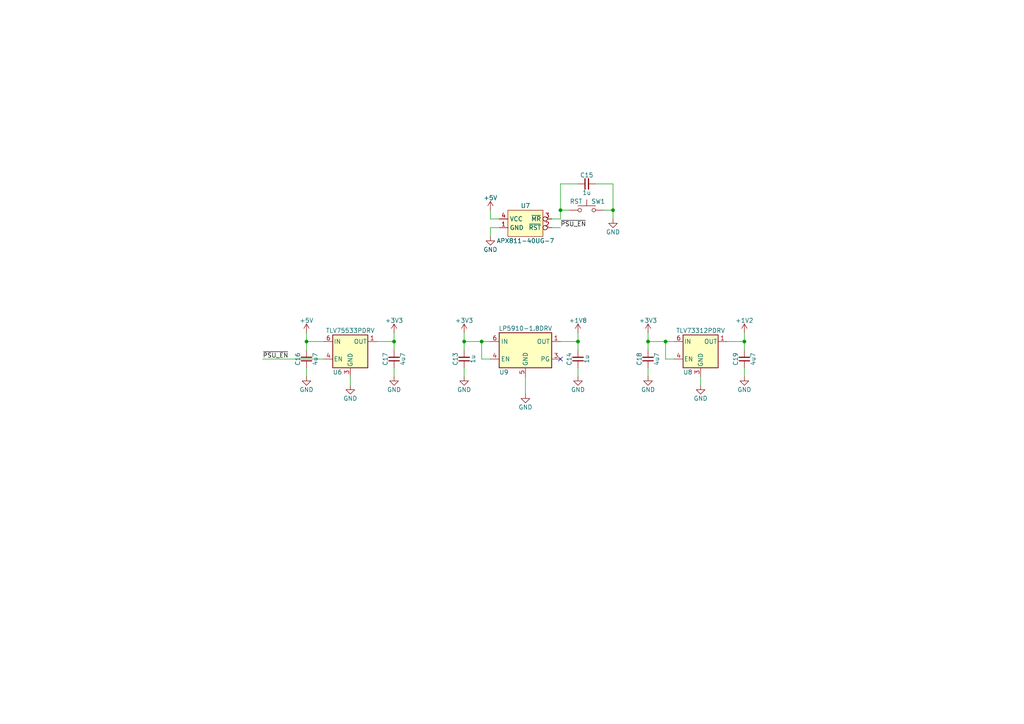
<source format=kicad_sch>
(kicad_sch (version 20211123) (generator eeschema)
  (paper "A4")
  (lib_symbols
    (symbol "DX-MON:LP5910-1.8DRV"
      (property "Reference" "U" (at -7.62 -6.35 0))
      (property "Value" "LP5910-1.8DRV" (at 0 6.35 0))
      (symbol "LP5910-1.8DRV_0_1"
        (rectangle (start -7.62 -5.08) (end 7.62 5.08) (stroke (width 0.254)) (fill (type background)))
        (pin power_out line (at 10.16 2.54 180) (length 2.54) (name "OUT") (number "1"))
        (pin passive line (at 0 -7.62 90) (length 2.54) hide (name "NC") (number "2"))
        (pin input line (at -10.16 -2.54 0) (length 2.54) (name "EN") (number "4"))
        (pin power_in line (at 0 -7.62 90) (length 2.54) (name "GND") (number "5"))
        (pin power_in line (at -10.16 2.54 0) (length 2.54) (name "IN") (number "6"))
      )
      (symbol "LP5910-1.8DRV_1_1"
        (pin open_collector line (at 10.16 -2.54 180) (length 2.54) (name "PG") (number "3"))
        (pin passive line (at 0 -7.62 90) (length 2.54) hide (name "EP") (number "7"))
      )
    )
    (symbol "DX-MON:TLV73312PDRV" (pin_names (offset 0.254))
      (property "Reference" "U" (at -5.08 -6.35 0))
      (property "Value" "TLV73312PDRV" (at 0 5.715 0))
      (symbol "TLV73312PDRV_0_1"
        (rectangle (start -5.08 4.445) (end 5.08 -5.08) (stroke (width 0.254)) (fill (type background)))
      )
      (symbol "TLV73312PDRV_1_1"
        (pin power_out line (at 7.62 2.54 180) (length 2.54) (name "OUT") (number "1"))
        (pin passive line (at 0 -7.62 90) (length 2.54) hide (name "NC") (number "2"))
        (pin power_in line (at 0 -7.62 90) (length 2.54) (name "GND") (number "3"))
        (pin input line (at -7.62 -2.54 0) (length 2.54) (name "EN") (number "4"))
        (pin passive line (at 0 -7.62 90) (length 2.54) hide (name "NC") (number "5"))
        (pin power_in line (at -7.62 2.54 0) (length 2.54) (name "IN") (number "6"))
        (pin passive line (at 0 -7.62 90) (length 2.54) hide (name "GND") (number "7"))
      )
    )
    (symbol "DX-MON:TLV75533PDRV" (pin_names (offset 0.254))
      (property "Reference" "U" (at -5.08 -6.35 0))
      (property "Value" "TLV75533PDRV" (at 0 5.715 0))
      (symbol "TLV75533PDRV_0_1"
        (rectangle (start -5.08 4.445) (end 5.08 -5.08) (stroke (width 0.254)) (fill (type background)))
      )
      (symbol "TLV75533PDRV_1_1"
        (pin power_out line (at 7.62 2.54 180) (length 2.54) (name "OUT") (number "1"))
        (pin passive line (at 0 -7.62 90) (length 2.54) hide (name "NC") (number "2"))
        (pin power_in line (at 0 -7.62 90) (length 2.54) (name "GND") (number "3"))
        (pin input line (at -7.62 -2.54 0) (length 2.54) (name "EN") (number "4"))
        (pin passive line (at 0 -7.62 90) (length 2.54) hide (name "NC") (number "5"))
        (pin power_in line (at -7.62 2.54 0) (length 2.54) (name "IN") (number "6"))
        (pin passive line (at 0 -7.62 90) (length 2.54) hide (name "GND") (number "7"))
      )
    )
    (symbol "Device:C_Small" (pin_numbers hide) (pin_names (offset 0.254) hide)
      (property "Reference" "C" (at 0.254 1.778 0))
      (property "Value" "C_Small" (at 0.254 -2.032 0))
      (symbol "C_Small_0_1"
        (polyline (pts (xy -1.524 -0.508) (xy 1.524 -0.508)) (stroke (width 0.3302)))
        (polyline (pts (xy -1.524 0.508) (xy 1.524 0.508)) (stroke (width 0.3048)))
      )
      (symbol "C_Small_1_1"
        (pin passive line (at 0 2.54 270) (length 2.032) (name "~") (number "1"))
        (pin passive line (at 0 -2.54 90) (length 2.032) (name "~") (number "2"))
      )
    )
    (symbol "Switch:SW_Push" (pin_numbers hide) (pin_names (offset 1.016) hide)
      (property "Reference" "SW" (at 1.27 2.54 0))
      (property "Value" "SW_Push" (at 0 -1.524 0))
      (symbol "SW_Push_0_1"
        (circle (center -2.032 0) (radius 0.508))
        (polyline (pts (xy 0 1.27) (xy 0 3.048)))
        (polyline (pts (xy 2.54 1.27) (xy -2.54 1.27)))
        (circle (center 2.032 0) (radius 0.508))
        (pin passive line (at -5.08 0 0) (length 2.54) (name "1") (number "1"))
        (pin passive line (at 5.08 0 180) (length 2.54) (name "2") (number "2"))
      )
    )
    (symbol "lethalbit:APX811-40UG-7"
      (property "Reference" "U" (at 0 5.08 0))
      (property "Value" "APX811-40UG-7" (at 0 -5.08 0))
      (symbol "APX811-40UG-7_0_1"
        (rectangle (start -5.08 3.81) (end 5.08 -3.81) (stroke (width 0.1524)) (fill (type background)))
      )
      (symbol "APX811-40UG-7_1_1"
        (pin passive line (at -7.62 -1.27 0) (length 2.54) (name "GND") (number "1"))
        (pin output inverted (at 7.62 -1.27 180) (length 2.54) (name "~{RST}") (number "2"))
        (pin passive inverted (at 7.62 1.27 180) (length 2.54) (name "~{MR}") (number "3"))
        (pin power_in line (at -7.62 1.27 0) (length 2.54) (name "VCC") (number "4"))
      )
    )
    (symbol "power:+1V2" (power) (pin_names (offset 0))
      (property "Value" "+1V2" (at 0 3.556 0))
      (symbol "+1V2_0_1"
        (polyline (pts (xy -0.762 1.27) (xy 0 2.54)))
        (polyline (pts (xy 0 0) (xy 0 2.54)))
        (polyline (pts (xy 0 2.54) (xy 0.762 1.27)))
      )
      (symbol "+1V2_1_1"
        (pin power_in line (at 0 0 90) (length 0) hide (name "+1V2") (number "1"))
      )
    )
    (symbol "power:+1V8" (power) (pin_names (offset 0))
      (property "Value" "+1V8" (at 0 3.556 0))
      (symbol "+1V8_0_1"
        (polyline (pts (xy -0.762 1.27) (xy 0 2.54)))
        (polyline (pts (xy 0 0) (xy 0 2.54)))
        (polyline (pts (xy 0 2.54) (xy 0.762 1.27)))
      )
      (symbol "+1V8_1_1"
        (pin power_in line (at 0 0 90) (length 0) hide (name "+1V8") (number "1"))
      )
    )
    (symbol "power:+3V3" (power) (pin_names (offset 0))
      (property "Value" "+3V3" (at 0 3.556 0))
      (symbol "+3V3_0_1"
        (polyline (pts (xy -0.762 1.27) (xy 0 2.54)))
        (polyline (pts (xy 0 0) (xy 0 2.54)))
        (polyline (pts (xy 0 2.54) (xy 0.762 1.27)))
      )
      (symbol "+3V3_1_1"
        (pin power_in line (at 0 0 90) (length 0) hide (name "+3V3") (number "1"))
      )
    )
    (symbol "power:+5V" (power) (pin_names (offset 0))
      (property "Value" "+5V" (at 0 3.556 0))
      (symbol "+5V_0_1"
        (polyline (pts (xy -0.762 1.27) (xy 0 2.54)))
        (polyline (pts (xy 0 0) (xy 0 2.54)))
        (polyline (pts (xy 0 2.54) (xy 0.762 1.27)))
      )
      (symbol "+5V_1_1"
        (pin power_in line (at 0 0 90) (length 0) hide (name "+5V") (number "1"))
      )
    )
    (symbol "power:GND" (power) (pin_names (offset 0))
      (property "Value" "GND" (at 0 -3.81 0))
      (symbol "GND_0_1"
        (polyline (pts (xy 0 0) (xy 0 -1.27) (xy 1.27 -1.27) (xy 0 -2.54) (xy -1.27 -1.27) (xy 0 -1.27)))
      )
      (symbol "GND_1_1"
        (pin power_in line (at 0 0 270) (length 0) hide (name "GND") (number "1"))
      )
    )
  )
  (junction (at 114.3 99.06))
  (junction (at 162.56 60.96))
  (junction (at 187.96 99.06))
  (junction (at 88.9 99.06))
  (junction (at 193.04 99.06))
  (junction (at 177.8 60.96))
  (junction (at 139.7 99.06))
  (junction (at 134.62 99.06))
  (junction (at 167.64 99.06))
  (junction (at 215.9 99.06))
  (no_connect (at 162.56 104.14))
  (wire (pts (xy 177.8 53.34) (xy 177.8 60.96)))
  (wire (pts (xy 134.62 101.6) (xy 134.62 99.06)))
  (wire (pts (xy 142.24 68.58) (xy 142.24 66.04)))
  (wire (pts (xy 187.96 101.6) (xy 187.96 99.06)))
  (wire (pts (xy 215.9 101.6) (xy 215.9 99.06)))
  (wire (pts (xy 187.96 96.52) (xy 187.96 99.06)))
  (wire (pts (xy 187.96 99.06) (xy 193.04 99.06)))
  (wire (pts (xy 142.24 104.14) (xy 139.7 104.14)))
  (wire (pts (xy 114.3 99.06) (xy 114.3 96.52)))
  (wire (pts (xy 167.64 99.06) (xy 162.56 99.06)))
  (wire (pts (xy 193.04 99.06) (xy 195.58 99.06)))
  (wire (pts (xy 162.56 63.5) (xy 162.56 60.96)))
  (wire (pts (xy 142.24 66.04) (xy 144.78 66.04)))
  (wire (pts (xy 193.04 104.14) (xy 193.04 99.06)))
  (wire (pts (xy 142.24 60.96) (xy 142.24 63.5)))
  (wire (pts (xy 88.9 101.6) (xy 88.9 99.06)))
  (wire (pts (xy 215.9 109.22) (xy 215.9 106.68)))
  (wire (pts (xy 167.64 109.22) (xy 167.64 106.68)))
  (wire (pts (xy 88.9 99.06) (xy 88.9 96.52)))
  (wire (pts (xy 139.7 99.06) (xy 142.24 99.06)))
  (wire (pts (xy 167.64 96.52) (xy 167.64 99.06)))
  (wire (pts (xy 88.9 109.22) (xy 88.9 106.68)))
  (wire (pts (xy 177.8 60.96) (xy 175.26 60.96)))
  (wire (pts (xy 76.2 104.14) (xy 93.98 104.14)))
  (wire (pts (xy 114.3 109.22) (xy 114.3 106.68)))
  (wire (pts (xy 134.62 109.22) (xy 134.62 106.68)))
  (wire (pts (xy 165.1 60.96) (xy 162.56 60.96)))
  (wire (pts (xy 215.9 99.06) (xy 215.9 96.52)))
  (wire (pts (xy 160.02 66.04) (xy 162.56 66.04)))
  (wire (pts (xy 210.82 99.06) (xy 215.9 99.06)))
  (wire (pts (xy 109.22 99.06) (xy 114.3 99.06)))
  (wire (pts (xy 93.98 99.06) (xy 88.9 99.06)))
  (wire (pts (xy 195.58 104.14) (xy 193.04 104.14)))
  (wire (pts (xy 101.6 111.76) (xy 101.6 109.22)))
  (wire (pts (xy 114.3 101.6) (xy 114.3 99.06)))
  (wire (pts (xy 203.2 109.22) (xy 203.2 111.76)))
  (wire (pts (xy 162.56 53.34) (xy 167.64 53.34)))
  (wire (pts (xy 177.8 63.5) (xy 177.8 60.96)))
  (wire (pts (xy 172.72 53.34) (xy 177.8 53.34)))
  (wire (pts (xy 187.96 109.22) (xy 187.96 106.68)))
  (wire (pts (xy 152.4 109.22) (xy 152.4 114.3)))
  (wire (pts (xy 162.56 60.96) (xy 162.56 53.34)))
  (wire (pts (xy 134.62 96.52) (xy 134.62 99.06)))
  (wire (pts (xy 134.62 99.06) (xy 139.7 99.06)))
  (wire (pts (xy 167.64 101.6) (xy 167.64 99.06)))
  (wire (pts (xy 160.02 63.5) (xy 162.56 63.5)))
  (wire (pts (xy 142.24 63.5) (xy 144.78 63.5)))
  (wire (pts (xy 139.7 104.14) (xy 139.7 99.06)))
  (label "~{PSU_EN}" (at 76.2 104.14 0))
  (label "~{PSU_EN}" (at 162.56 66.04 0))
  (symbol (lib_id "power:+3V3") (at 187.96 96.52 0) (unit 1)
    (property "Reference" "#PWR026" (effects hide))
    (property "Value" "+3V3" (at 187.96 92.964 0))
  )
  (symbol (lib_id "power:GND") (at 134.62 109.22 0) (unit 1)
    (property "Reference" "#PWR036" (effects hide))
    (property "Value" "GND" (at 134.62 113.03 0))
  )
  (symbol (lib_id "Device:C_Small") (at 134.62 104.14 180) (unit 1)
    (property "Reference" "C13" (at 132.08 104.14 90))
    (property "Value" "1u" (at 137.16 104.14 90))
    (property "Footprint" "rhais_rcl:C0603" (effects hide))
    (property "Datasheet" "https://api.kemet.com/component-edge/download/datasheet/C0603C105K4RACTU.pdf" (effects hide))
    (property "MFR" "Kemet" (effects hide))
    (property "MPN" "C0603C105K4RAC7867" (effects hide))
    (property "OC_DIGIKEY" "399-C0603C105K4RAC7867CT-ND" (effects hide))
    (property "URL_DIGIKEY" "https://www.digikey.com/en/products/detail/kemet/C0603C105K4RAC7867/2199788" (effects hide))
  )
  (symbol (lib_id "DX-MON:TLV73312PDRV") (at 203.2 101.6 0) (unit 1)
    (property "Reference" "U8" (at 198.12 107.95 0) (effects (justify left)))
    (property "Value" "TLV73312PDRV" (at 203.2 95.885 0))
    (property "Footprint" "rhais_package-qfn:WSON-6-1EP_2x2mm_P0.65mm_EP1x1.6mm" (effects hide))
    (property "Datasheet" "http://www.ti.com/lit/ds/symlink/tlv733p.pdf" (effects hide))
    (property "MFR" "Texas Instruments" (effects hide))
    (property "MPN" "TLV73312PQDRVRQ1" (effects hide))
    (property "OC_DIGIKEY" "296-44834-1-ND" (effects hide))
    (property "URL_DIGIKEY" "https://www.digikey.com/en/products/detail/texas-instruments/tlv73312pqdrvrq1/13494437" (effects hide))
  )
  (symbol (lib_id "Device:C_Small") (at 114.3 104.14 180) (unit 1)
    (property "Reference" "C17" (at 111.76 104.14 90))
    (property "Value" "4u7" (at 116.84 104.14 90))
    (property "Footprint" "rhais_rcl:C0603" (effects hide))
    (property "Datasheet" "https://product.tdk.com/system/files/dam/doc/product/capacitor/ceramic/mlcc/charasheet/c1608x5r1c475k080ac.pdf" (effects hide))
    (property "MFR" "TDK" (effects hide))
    (property "MPN" "C1608X5R1C475K080AC" (effects hide))
    (property "OC_DIGIKEY" "445-7478-1-ND" (effects hide))
    (property "URL_DIGIKEY" "https://www.digikey.com/en/products/detail/tdk-corporation/C1608X5R1C475K080AC/2732913" (effects hide))
  )
  (symbol (lib_id "power:GND") (at 187.96 109.22 0) (unit 1)
    (property "Reference" "#PWR039" (effects hide))
    (property "Value" "GND" (at 187.96 113.03 0))
  )
  (symbol (lib_id "Device:C_Small") (at 215.9 104.14 180) (unit 1)
    (property "Reference" "C19" (at 213.36 104.14 90))
    (property "Value" "4u7" (at 218.44 104.14 90))
    (property "Footprint" "rhais_rcl:C0603" (effects hide))
    (property "Datasheet" "https://product.tdk.com/system/files/dam/doc/product/capacitor/ceramic/mlcc/charasheet/c1608x5r1c475k080ac.pdf" (effects hide))
    (property "MFR" "TDK" (effects hide))
    (property "MPN" "C1608X5R1C475K080AC" (effects hide))
    (property "OC_DIGIKEY" "445-7478-1-ND" (effects hide))
    (property "URL_DIGIKEY" "https://www.digikey.com/en/products/detail/tdk-corporation/C1608X5R1C475K080AC/2732913" (effects hide))
  )
  (symbol (lib_id "power:+1V8") (at 167.64 96.52 0) (unit 1)
    (property "Reference" "#PWR035" (effects hide))
    (property "Value" "+1V8" (at 167.64 92.964 0))
  )
  (symbol (lib_id "Device:C_Small") (at 187.96 104.14 180) (unit 1)
    (property "Reference" "C18" (at 185.42 104.14 90))
    (property "Value" "4u7" (at 190.5 104.14 90))
    (property "Footprint" "rhais_rcl:C0603" (effects hide))
    (property "Datasheet" "https://product.tdk.com/system/files/dam/doc/product/capacitor/ceramic/mlcc/charasheet/c1608x5r1c475k080ac.pdf" (effects hide))
    (property "MFR" "TDK" (effects hide))
    (property "MPN" "C1608X5R1C475K080AC" (effects hide))
    (property "OC_DIGIKEY" "445-7478-1-ND" (effects hide))
    (property "URL_DIGIKEY" "https://www.digikey.com/en/products/detail/tdk-corporation/C1608X5R1C475K080AC/2732913" (effects hide))
  )
  (symbol (lib_id "Device:C_Small") (at 167.64 104.14 180) (unit 1)
    (property "Reference" "C14" (at 165.1 104.14 90))
    (property "Value" "1u" (at 170.18 104.14 90))
    (property "Footprint" "rhais_rcl:C0603" (effects hide))
    (property "Datasheet" "https://api.kemet.com/component-edge/download/datasheet/C0603C105K4RACTU.pdf" (effects hide))
    (property "MFR" "Kemet" (effects hide))
    (property "MPN" "C0603C105K4RAC7867" (effects hide))
    (property "OC_DIGIKEY" "399-C0603C105K4RAC7867CT-ND" (effects hide))
    (property "URL_DIGIKEY" "https://www.digikey.com/en/products/detail/kemet/C0603C105K4RAC7867/2199788" (effects hide))
  )
  (symbol (lib_id "DX-MON:LP5910-1.8DRV") (at 152.4 101.6 0) (unit 1)
    (property "Reference" "U9" (at 144.78 107.95 0) (effects (justify left)))
    (property "Value" "LP5910-1.8DRV" (at 152.4 95.25 0))
    (property "Footprint" "rhais_package-qfn:WSON-6-1EP_2x2mm_P0.65mm_EP1x1.6mm" (effects hide))
    (property "Datasheet" "https://www.ti.com/lit/ds/symlink/lp5910.pdf" (effects hide))
    (property "MFR" "Texas Instruments" (effects hide))
    (property "MPN" "LP5910-1.8DRVR" (effects hide))
    (property "OC_DIGIKEY" "296-47212-1-ND" (effects hide))
    (property "URL_DIGIKEY" "https://www.digikey.com/en/products/detail/texas-instruments/LP5910-1-8DRVR/5725058" (effects hide))
  )
  (symbol (lib_id "Device:C_Small") (at 88.9 104.14 180) (unit 1)
    (property "Reference" "C16" (at 86.36 104.14 90))
    (property "Value" "4u7" (at 91.44 104.14 90))
    (property "Footprint" "rhais_rcl:C0603" (effects hide))
    (property "Datasheet" "https://product.tdk.com/system/files/dam/doc/product/capacitor/ceramic/mlcc/charasheet/c1608x5r1c475k080ac.pdf" (effects hide))
    (property "MFR" "TDK" (effects hide))
    (property "MPN" "C1608X5R1C475K080AC" (effects hide))
    (property "OC_DIGIKEY" "445-7478-1-ND" (effects hide))
    (property "URL_DIGIKEY" "https://www.digikey.com/en/products/detail/tdk-corporation/C1608X5R1C475K080AC/2732913" (effects hide))
  )
  (symbol (lib_id "power:GND") (at 152.4 114.3 0) (unit 1)
    (property "Reference" "#PWR034" (effects hide))
    (property "Value" "GND" (at 152.4 118.11 0))
  )
  (symbol (lib_id "power:+3V3") (at 114.3 96.52 0) (unit 1)
    (property "Reference" "#PWR023" (effects hide))
    (property "Value" "+3V3" (at 114.3 92.964 0))
  )
  (symbol (lib_id "power:GND") (at 88.9 109.22 0) (unit 1)
    (property "Reference" "#PWR0116" (effects hide))
    (property "Value" "GND" (at 88.9 113.03 0))
  )
  (symbol (lib_id "power:GND") (at 101.6 111.76 0) (unit 1)
    (property "Reference" "#PWR022" (effects hide))
    (property "Value" "GND" (at 101.6 115.57 0))
  )
  (symbol (lib_id "power:+3V3") (at 134.62 96.52 0) (unit 1)
    (property "Reference" "#PWR0114" (effects hide))
    (property "Value" "+3V3" (at 134.62 92.964 0))
  )
  (symbol (lib_id "power:+5V") (at 142.24 60.96 0) (unit 1)
    (property "Reference" "#PWR024" (effects hide))
    (property "Value" "+5V" (at 142.24 57.404 0))
  )
  (symbol (lib_id "Switch:SW_Push") (at 170.18 60.96 0) (unit 1)
    (property "Reference" "SW1" (at 171.45 58.42 0) (effects (justify left)))
    (property "Value" "RST" (at 168.91 58.42 0) (effects (justify right)))
    (property "Footprint" "rhais_button-smd:B3U-1000P-B" (effects hide))
    (property "Datasheet" "https://omronfs.omron.com/en_US/ecb/products/pdf/en-b3u.pdf" (effects hide))
    (property "MFR" "Omron" (effects hide))
    (property "MPN" "B3U-1000P-B" (effects hide))
    (property "OC_DIGIKEY" "SW1143CT-ND" (effects hide))
    (property "URL_DIGIKEY" "https://www.digikey.com/en/products/detail/omron-electronics-inc-emc-div/B3U-1000P-B/1811777" (effects hide))
  )
  (symbol (lib_id "lethalbit:APX811-40UG-7") (at 152.4 64.77 0) (unit 1)
    (property "Reference" "U7" (at 152.4 59.69 0))
    (property "Value" "APX811-40UG-7" (at 152.4 69.85 0))
    (property "Footprint" "rhais_package-smd:SOT-143" (effects hide))
    (property "Datasheet" "https://www.diodes.com/assets/Datasheets/APX811_812.pdf" (effects hide))
    (property "MFR" "Diodes Incorporated" (effects hide))
    (property "MPN" "APX811-40UG-7" (effects hide))
    (property "OC_DIGIKEY" "APX811-40UG-7CT-ND" (effects hide))
    (property "URL_DIGIKEY" "https://www.digikey.com/en/products/detail/diodes-incorporated/apx811-40ug-7/2182449" (effects hide))
  )
  (symbol (lib_id "power:GND") (at 114.3 109.22 0) (unit 1)
    (property "Reference" "#PWR0115" (effects hide))
    (property "Value" "GND" (at 114.3 113.03 0))
  )
  (symbol (lib_id "power:+5V") (at 88.9 96.52 0) (unit 1)
    (property "Reference" "#PWR021" (effects hide))
    (property "Value" "+5V" (at 88.9 92.964 0))
  )
  (symbol (lib_id "power:+1V2") (at 215.9 96.52 0) (unit 1)
    (property "Reference" "#PWR028" (effects hide))
    (property "Value" "+1V2" (at 215.9 92.964 0))
  )
  (symbol (lib_id "DX-MON:TLV75533PDRV") (at 101.6 101.6 0) (unit 1)
    (property "Reference" "U6" (at 96.52 107.95 0) (effects (justify left)))
    (property "Value" "TLV75533PDRV" (at 101.6 95.885 0))
    (property "Footprint" "rhais_package-qfn:WSON-6-1EP_2x2mm_P0.65mm_EP1x1.6mm" (effects hide))
    (property "Datasheet" "http://www.ti.com/lit/ds/symlink/tlv755p.pdf" (effects hide))
    (property "MFR" "Texas Instruments" (effects hide))
    (property "MPN" "TLV75533PDRVR" (effects hide))
    (property "OC_DIGIKEY" "296-51807-1-ND" (effects hide))
    (property "URL_DIGIKEY" "https://www.digikey.com/en/products/detail/texas-instruments/TLV75533PDRVR/9649792" (effects hide))
  )
  (symbol (lib_id "power:GND") (at 167.64 109.22 0) (unit 1)
    (property "Reference" "#PWR037" (effects hide))
    (property "Value" "GND" (at 167.64 113.03 0))
  )
  (symbol (lib_id "power:GND") (at 177.8 63.5 0) (unit 1)
    (property "Reference" "#PWR038" (effects hide))
    (property "Value" "GND" (at 177.8 67.31 0))
  )
  (symbol (lib_id "Device:C_Small") (at 170.18 53.34 90) (unit 1)
    (property "Reference" "C15" (at 170.18 50.8 90))
    (property "Value" "1u" (at 170.18 55.88 90))
    (property "Footprint" "rhais_rcl:C0603" (effects hide))
    (property "Datasheet" "https://api.kemet.com/component-edge/download/datasheet/C0603C105K4RACTU.pdf" (effects hide))
    (property "MFR" "Kemet" (effects hide))
    (property "MPN" "C0603C105K4RAC7867" (effects hide))
    (property "OC_DIGIKEY" "399-C0603C105K4RAC7867CT-ND" (effects hide))
    (property "URL_DIGIKEY" "https://www.digikey.com/en/products/detail/kemet/C0603C105K4RAC7867/2199788" (effects hide))
  )
  (symbol (lib_id "power:GND") (at 203.2 111.76 0) (unit 1)
    (property "Reference" "#PWR027" (effects hide))
    (property "Value" "GND" (at 203.2 115.57 0))
  )
  (symbol (lib_id "power:GND") (at 215.9 109.22 0) (unit 1)
    (property "Reference" "#PWR040" (effects hide))
    (property "Value" "GND" (at 215.9 113.03 0))
  )
  (symbol (lib_id "power:GND") (at 142.24 68.58 0) (unit 1)
    (property "Reference" "#PWR025" (effects hide))
    (property "Value" "GND" (at 142.24 72.39 0))
  )
)
</source>
